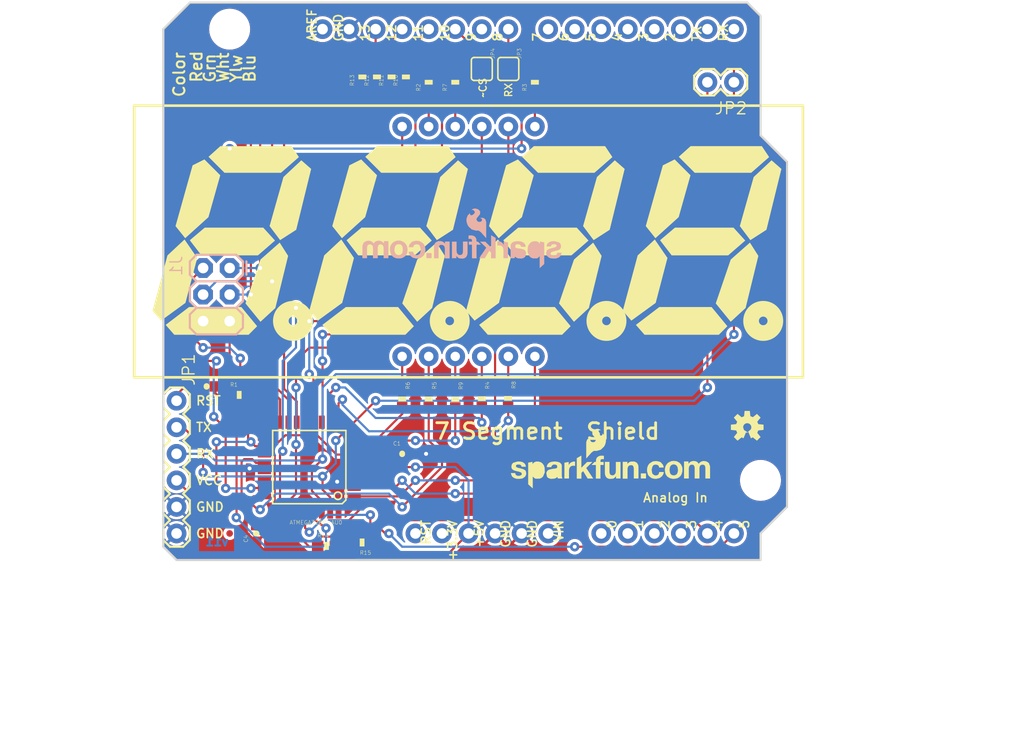
<source format=kicad_pcb>
(kicad_pcb (version 20221018) (generator pcbnew)
  (layers (0 "F.Cu" signal) (31 "B.Cu" signal) (34 "B.Paste" user) (35 "F.Paste" user) (36 "B.SilkS" user "B.Silkscreen") (37 "F.SilkS" user "F.Silkscreen") (38 "B.Mask" user) (39 "F.Mask" user) (44 "Edge.Cuts" user))
  (net 0 "")
  (net 1 "VCC")
  (net 2 "GND")
  (net 3 "MOSI")
  (net 4 "MISO")
  (net 5 "SCK")
  (net 6 "RX")
  (net 7 "RESET")
  (net 8 "TX")
  (net 9 "~{SS}")
  (net 10 "SCL")
  (net 11 "SDA")
  (net 12 "DIG4")
  (net 13 "DIG3")
  (net 14 "DIG2")
  (net 15 "DIG1")
  (net 16 "G")
  (net 17 "E")
  (net 18 "D")
  (net 19 "B")
  (net 20 "A")
  (net 21 "ADC6")
  (net 22 "ADC7")
  (net 23 "DP")
  (net 24 "N$13")
  (net 25 "N$1")
  (net 26 "N$11")
  (net 27 "N$12")
  (net 28 "N$14")
  (net 29 "N$15")
  (net 30 "N$16")
  (net 31 "N$17")
  (net 32 "N$18")
  (net 33 "N$19")
  (net 34 "C")
  (net 35 "F")
  (net 36 "N$2")
  (net 37 "N$3")
  (net 38 "N$4")
  (net 39 "N$5")
  (net 40 "N$6")
  (net 41 "N$7")
  (footprint "working:SJ_2S" (layer "F.Cu") (at 151.6761 84.6836 -90)
    (fp_text reference "JP3")
    (fp_text value "NC")
  )
  (footprint "working:MICRO-FIDUCIAL" (layer "F.Cu") (at 174.5361 83.4136)
    (fp_text reference "JP9" hide)
    (fp_text value "FIDUCIALUFIDUCIAL" hide)
  )
  (footprint "working:CREATIVE_COMMONS" (layer "F.Cu") (at 127.5461 148.1836)
    (fp_text reference "FRAME1" hide)
    (fp_text value "FRAME-LETTER" hide)
  )
  (footprint "working:0603-RES" (layer "F.Cu") (at 146.5961 116.2812 -90)
    (fp_text reference "R9")
    (fp_text value "100")
  )
  (footprint "working:0603-RES" (layer "F.Cu") (at 149.1361 116.2304 -90)
    (fp_text reference "R4")
    (fp_text value "100")
  )
  (footprint "working:SJ_2S" (layer "F.Cu") (at 149.1361 84.6836 -90)
    (fp_text reference "JP4")
    (fp_text value "NC")
  )
  (footprint "working:0603-RES" (layer "F.Cu") (at 144.0561 85.9536 90)
    (fp_text reference "R2")
    (fp_text value "100")
  )
  (footprint "working:7-SEGMENT-4DIGIT-COUNTER" (layer "F.Cu") (at 147.8661 101.1936)
    (fp_text reference "U$1" hide)
    (fp_text value "7-SEGMENT-4DIGIT-COUNTERPTH" hide)
  )
  (footprint "working:0603-RES" (layer "F.Cu") (at 140.5001 85.4456 90)
    (fp_text reference "R11")
    (fp_text value "1k")
  )
  (footprint "working:0603-RES" (layer "F.Cu") (at 146.5961 85.9536 90)
    (fp_text reference "R7")
    (fp_text value "100")
  )
  (footprint "working:DUEMILANOVE_SHIELD" (layer "F.Cu") (at 118.6561 78.3336 -90)
    (fp_text reference "U1" hide)
    (fp_text value "ARDUINO_SHIELDLABEL" hide)
  )
  (footprint "working:0603-RES" (layer "F.Cu") (at 144.0561 116.2558 -90)
    (fp_text reference "R5")
    (fp_text value "100")
  )
  (footprint "working:0603-RES" (layer "F.Cu") (at 151.6507 116.205 -90)
    (fp_text reference "R8")
    (fp_text value "100")
  )
  (footprint "working:0603-CAP" (layer "F.Cu") (at 141.5161 121.5136)
    (fp_text reference "C1")
    (fp_text value "0.1uF")
  )
  (footprint "working:0603-CAP" (layer "F.Cu") (at 127.5461 129.1336 90)
    (fp_text reference "C4")
    (fp_text value "0.1uF")
  )
  (footprint "working:OSHW-LOGO-S" (layer "F.Cu") (at 174.5361 118.9736)
    (fp_text reference "U$4" hide)
    (fp_text value "OSHW-LOGOS" hide)
  )
  (footprint "working:SFE-NEW-WEBLOGO" (layer "F.Cu") (at 151.9301 124.8156)
    (fp_text reference "LOGO1" hide)
    (fp_text value "LOGO-SFENEW" hide)
  )
  (footprint "working:0603-RES" (layer "F.Cu") (at 134.2771 130.3274)
    (fp_text reference "R14")
    (fp_text value "10k")
  )
  (footprint "working:0603-RES" (layer "F.Cu") (at 125.9205 115.8748)
    (fp_text reference "R1")
    (fp_text value "10k")
  )
  (footprint "working:TQFP32-08" (layer "F.Cu") (at 132.6261 122.7836 180)
    (fp_text reference "ATMEGA328P-AU0")
    (fp_text value "ATMEGA328P-AU")
  )
  (footprint "working:0603-CAP" (layer "F.Cu") (at 122.7963 115.062 180)
    (fp_text reference "C3")
    (fp_text value "0.1uF")
  )
  (footprint "working:1X06" (layer "F.Cu") (at 119.9261 116.4336 -90)
    (fp_text reference "JP1")
    (fp_text value "")
  )
  (footprint "working:0603-RES" (layer "F.Cu") (at 141.5161 116.2558 -90)
    (fp_text reference "R6")
    (fp_text value "100")
  )
  (footprint "working:1X02" (layer "F.Cu") (at 173.2661 85.9536 180)
    (fp_text reference "JP2")
    (fp_text value "")
  )
  (footprint "working:0603-RES" (layer "F.Cu") (at 141.8717 85.4456 90)
    (fp_text reference "R10")
    (fp_text value "1k")
  )
  (footprint "working:MICRO-FIDUCIAL" (layer "F.Cu") (at 125.0061 129.1336)
    (fp_text reference "JP10" hide)
    (fp_text value "FIDUCIALUFIDUCIAL" hide)
  )
  (footprint "working:0603-RES" (layer "F.Cu") (at 137.6807 129.9972 180)
    (fp_text reference "R15")
    (fp_text value "10k")
  )
  (footprint "working:0603-RES" (layer "F.Cu") (at 139.1031 85.4456 90)
    (fp_text reference "R12")
    (fp_text value "1k")
  )
  (footprint "working:0603-RES" (layer "F.Cu") (at 137.7061 85.4456 90)
    (fp_text reference "R13")
    (fp_text value "1k")
  )
  (footprint "working:0603-RES" (layer "F.Cu") (at 154.2161 85.9536 90)
    (fp_text reference "R3")
    (fp_text value "100")
  )
  (footprint "working:SFE-NEW-WEBLOGO" (layer "B.Cu") (at 156.7561 103.7336 180)
    (fp_text reference "LOGO2" hide)
    (fp_text value "LOGO-SFENEW" hide)
  )
  (footprint "working:2X3" (layer "B.Cu") (at 125.0061 103.7336 -90)
    (fp_text reference "J1")
    (fp_text value "AVR_SPI_PRG_6PTH")
  )
  (gr_line (start 175.8061 79.6036) (end 175.8061 91.0336) (stroke (width 0.2032)) (layer "Edge.Cuts"))
  (gr_line (start 178.3461 126.5936) (end 175.8061 129.1336) (stroke (width 0.2032)) (layer "Edge.Cuts"))
  (gr_line (start 118.6561 80.8736) (end 121.1961 78.3336) (stroke (width 0.2032)) (layer "Edge.Cuts"))
  (gr_line (start 175.8061 91.0336) (end 178.3461 93.5736) (stroke (width 0.2032)) (layer "Edge.Cuts"))
  (gr_line (start 118.6561 130.4036) (end 118.6561 80.8736) (stroke (width 0.2032)) (layer "Edge.Cuts"))
  (gr_line (start 174.5361 78.3336) (end 175.8061 79.6036) (stroke (width 0.2032)) (layer "Edge.Cuts"))
  (gr_line (start 175.8061 129.1336) (end 175.8061 131.6736) (stroke (width 0.2032)) (layer "Edge.Cuts"))
  (gr_line (start 178.3461 93.5736) (end 178.3461 126.5936) (stroke (width 0.2032)) (layer "Edge.Cuts"))
  (gr_line (start 119.9261 131.6736) (end 118.6561 130.4036) (stroke (width 0.2032)) (layer "Edge.Cuts"))
  (gr_line (start 175.8061 131.6736) (end 119.9261 131.6736) (stroke (width 0.2032)) (layer "Edge.Cuts"))
  (gr_line (start 121.1961 78.3336) (end 174.5361 78.3336) (stroke (width 0.2032)) (layer "Edge.Cuts"))
  (gr_text "v11" (at 125.0061 130.4036) (layer "B.Cu") (effects (font (size 0.8128 0.8128) (thickness 0.2032)) (justify left bottom mirror)))
  (gr_text "GND" (at 121.7041 127.1016) (layer "F.SilkS") (effects (font (size 0.8636 0.8636) (thickness 0.1524)) (justify left bottom)))
  (gr_text "Grn" (at 123.7361 86.0806 90) (layer "F.SilkS") (effects (font (size 1.0795 1.0795) (thickness 0.1905)) (justify left bottom)))
  (gr_text "VCC" (at 121.7041 124.5616) (layer "F.SilkS") (effects (font (size 0.8636 0.8636) (thickness 0.1524)) (justify left bottom)))
  (gr_text "Blu" (at 127.5461 86.0806 90) (layer "F.SilkS") (effects (font (size 1.0795 1.0795) (thickness 0.1905)) (justify left bottom)))
  (gr_text "TX" (at 121.7041 119.4816) (layer "F.SilkS") (effects (font (size 0.8636 0.8636) (thickness 0.1524)) (justify left bottom)))
  (gr_text "7 Segment  Shield" (at 144.4371 120.2436) (layer "F.SilkS") (effects (font (size 1.5113 1.5113) (thickness 0.2667)) (justify left bottom)))
  (gr_text "RX" (at 151.2951 85.9536 90) (layer "F.SilkS") (effects (font (size 0.69088 0.69088) (thickness 0.12192)) (justify right top)))
  (gr_text "Red" (at 122.4661 86.0806 90) (layer "F.SilkS") (effects (font (size 1.0795 1.0795) (thickness 0.1905)) (justify left bottom)))
  (gr_text "RST" (at 121.7041 116.9416) (layer "F.SilkS") (effects (font (size 0.8636 0.8636) (thickness 0.1524)) (justify left bottom)))
  (gr_text "~CS" (at 149.6441 87.4776 90) (layer "F.SilkS") (effects (font (size 0.69088 0.69088) (thickness 0.12192)) (justify left bottom)))
  (gr_text "GND" (at 121.7041 129.6416) (layer "F.SilkS") (effects (font (size 0.8636 0.8636) (thickness 0.1524)) (justify left bottom)))
  (gr_text "RX" (at 121.7041 122.0216) (layer "F.SilkS") (effects (font (size 0.8636 0.8636) (thickness 0.1524)) (justify left bottom)))
  (gr_text "Wht" (at 125.0061 86.0806 90) (layer "F.SilkS") (effects (font (size 1.0795 1.0795) (thickness 0.1905)) (justify left bottom)))
  (gr_text "Ylw" (at 126.2761 86.0806 90) (layer "F.SilkS") (effects (font (size 1.0795 1.0795) (thickness 0.1905)) (justify left bottom)))
  (gr_text "Color" (at 120.8151 87.4776 90) (layer "F.SilkS") (effects (font (size 1.0795 1.0795) (thickness 0.1905)) (justify left bottom)))
  (segment (start 135.2361 121.5836) (end 133.3881 119.7356) (width 0.2032) (layer "F.Cu") (net 1))
  (segment (start 121.1961 125.3236) (end 119.9261 124.0536) (width 0.2032) (layer "F.Cu") (net 1))
  (segment (start 133.3881 119.7356) (end 130.3401 119.7356) (width 0.2032) (layer "F.Cu") (net 1))
  (segment (start 140.8661 122.1336) (end 141.5161 122.7836) (width 0.2032) (layer "F.Cu") (net 1))
  (segment (start 141.5161 122.7836) (end 142.7861 122.7836) (width 0.2032) (layer "F.Cu") (net 1))
  (segment (start 127.4511 120.7836) (end 127.0381 120.3706) (width 0.2032) (layer "F.Cu") (net 1))
  (segment (start 137.7761 121.5836) (end 138.0871 121.8946) (width 0.2032) (layer "F.Cu") (net 1))
  (segment (start 121.1961 110.0836) (end 122.4661 111.3536) (width 0.2032) (layer "F.Cu") (net 1))
  (segment (start 126.0221 112.3696) (end 126.0221 114.046) (width 0.2032) (layer "F.Cu") (net 1))
  (segment (start 122.4661 103.7336) (end 121.1961 105.0036) (width 0.2032) (layer "F.Cu") (net 1))
  (segment (start 136.9377 123.1646) (end 136.9187 123.1836) (width 0.2032) (layer "F.Cu") (net 1))
  (segment (start 136.9187 121.5836) (end 135.2361 121.5836) (width 0.2032) (layer "F.Cu") (net 1))
  (segment (start 121.1961 105.0036) (end 121.1961 110.0836) (width 0.2032) (layer "F.Cu") (net 1))
  (segment (start 126.7705 120.103) (end 126.7705 115.8748) (width 0.2032) (layer "F.Cu") (net 1))
  (segment (start 136.9187 121.5836) (end 136.9887 121.5136) (width 0.2032) (layer "F.Cu") (net 1))
  (segment (start 126.7587 114.7826) (end 126.7587 115.863) (width 0.2032) (layer "F.Cu") (net 1))
  (segment (start 130.3401 119.7356) (end 129.3241 120.7516) (width 0.2032) (layer "F.Cu") (net 1))
  (segment (start 126.0221 114.046) (end 126.7587 114.7826) (width 0.2032) (layer "F.Cu") (net 1))
  (segment (start 123.7361 120.3706) (end 123.7361 124.0536) (width 0.2032) (layer "F.Cu") (net 1))
  (segment (start 137.1473 131.0894) (end 145.9103 131.0894) (width 0.2032) (layer "F.Cu") (net 1))
  (segment (start 129.3241 120.7516) (end 128.3655 120.7516) (width 0.2032) (layer "F.Cu") (net 1))
  (segment (start 136.5005 130.3274) (end 136.8307 129.9972) (width 0.2032) (layer "F.Cu") (net 1))
  (segment (start 136.9887 121.5136) (end 140.6661 121.5136) (width 0.2032) (layer "F.Cu") (net 1))
  (segment (start 136.8307 129.9972) (end 136.8307 130.7728) (width 0.2032) (layer "F.Cu") (net 1))
  (segment (start 138.0871 121.8946) (end 138.0871 122.7836) (width 0.2032) (layer "F.Cu") (net 1))
  (segment (start 127.0381 120.3706) (end 126.7705 120.103) (width 0.2032) (layer "F.Cu") (net 1))
  (segment (start 123.7361 124.0536) (end 122.4661 125.3236) (width 0.2032) (layer "F.Cu") (net 1))
  (segment (start 140.6661 121.5136) (end 140.8661 122.1336) (width 0.2032) (layer "F.Cu") (net 1))
  (segment (start 135.1271 130.3274) (end 136.5005 130.3274) (width 0.2032) (layer "F.Cu") (net 1))
  (segment (start 128.3655 120.7516) (end 128.3335 120.7836) (width 0.2032) (layer "F.Cu") (net 1))
  (segment (start 122.4661 125.3236) (end 121.1961 125.3236) (width 0.2032) (layer "F.Cu") (net 1))
  (segment (start 126.7587 115.863) (end 126.7705 115.8748) (width 0.2032) (layer "F.Cu") (net 1))
  (segment (start 136.8307 130.7728) (end 137.1473 131.0894) (width 0.2032) (layer "F.Cu") (net 1))
  (segment (start 136.9187 121.5836) (end 137.7761 121.5836) (width 0.2032) (layer "F.Cu") (net 1))
  (segment (start 137.7061 123.1646) (end 136.9377 123.1646) (width 0.2032) (layer "F.Cu") (net 1))
  (segment (start 138.0871 122.7836) (end 137.7061 123.1646) (width 0.2032) (layer "F.Cu") (net 1))
  (segment (start 145.9103 131.0894) (end 147.8661 129.1336) (width 0.2032) (layer "F.Cu") (net 1))
  (segment (start 128.3335 120.7836) (end 127.4511 120.7836) (width 0.2032) (layer "F.Cu") (net 1))
  (via (at 142.7861 122.7836) (size 0.889) (drill 0.381) (layers "F.Cu" "B.Cu") (net 1))
  (via (at 127.0381 120.3706) (size 0.889) (drill 0.381) (layers "F.Cu" "B.Cu") (net 1))
  (via (at 122.4661 111.3536) (size 0.889) (drill 0.381) (layers "F.Cu" "B.Cu") (net 1))
  (via (at 123.7361 120.3706) (size 0.889) (drill 0.381) (layers "F.Cu" "B.Cu") (net 1))
  (via (at 126.0221 112.3696) (size 0.889) (drill 0.381) (layers "F.Cu" "B.Cu") (net 1))
  (segment (start 146.5961 122.7836) (end 147.8661 124.0536) (width 0.2032) (layer "B.Cu") (net 1))
  (segment (start 142.7861 122.7836) (end 146.5961 122.7836) (width 0.2032) (layer "B.Cu") (net 1))
  (segment (start 125.0061 111.3536) (end 126.0221 112.3696) (width 0.2032) (layer "B.Cu") (net 1))
  (segment (start 122.4661 111.3536) (end 125.0061 111.3536) (width 0.2032) (layer "B.Cu") (net 1))
  (segment (start 147.8661 124.0536) (end 147.8661 129.1336) (width 0.2032) (layer "B.Cu") (net 1))
  (segment (start 127.0381 120.3706) (end 123.7361 120.3706) (width 0.2032) (layer "B.Cu") (net 1))
  (via (at 143.8021 121.5136) (size 0.889) (drill 0.381) (layers "F.Cu" "B.Cu") (net 2))
  (via (at 126.9111 122.9106) (size 0.889) (drill 0.381) (layers "F.Cu" "B.Cu") (net 2))
  (via (at 135.2931 124.1806) (size 0.889) (drill 0.381) (layers "F.Cu" "B.Cu") (net 2))
  (segment (start 140.5763 86.3718) (end 140.5001 86.2956) (width 0.2032) (layer "F.Cu") (net 3))
  (segment (start 129.0701 90.1446) (end 131.3561 87.8586) (width 0.2032) (layer "F.Cu") (net 3))
  (segment (start 129.0701 114.7826) (end 129.0701 105.0036) (width 0.2032) (layer "F.Cu") (net 3))
  (segment (start 130.6261 116.3386) (end 129.0701 114.7826) (width 0.2032) (layer "F.Cu") (net 3))
  (segment (start 129.0701 105.0036) (end 129.0701 90.1446) (width 0.2032) (layer "F.Cu") (net 3))
  (segment (start 140.5763 87.5538) (end 140.5763 86.3718) (width 0.2032) (layer "F.Cu") (net 3))
  (segment (start 140.2715 87.8586) (end 140.5763 87.5538) (width 0.2032) (layer "F.Cu") (net 3))
  (segment (start 130.6261 118.491) (end 130.6261 116.3386) (width 0.2032) (layer "F.Cu") (net 3))
  (segment (start 131.3561 87.8586) (end 140.2715 87.8586) (width 0.2032) (layer "F.Cu") (net 3))
  (via (at 129.0701 105.0036) (size 0.889) (drill 0.381) (layers "F.Cu" "B.Cu") (net 3))
  (segment (start 122.4661 106.2736) (end 123.7361 105.0036) (width 0.2032) (layer "B.Cu") (net 3))
  (segment (start 123.7361 105.0036) (end 129.0701 105.0036) (width 0.2032) (layer "B.Cu") (net 3))
  (segment (start 138.9761 86.4226) (end 139.1031 86.2956) (width 0.2032) (layer "F.Cu") (net 4))
  (segment (start 138.8491 87.3506) (end 138.9761 87.2236) (width 0.2032) (layer "F.Cu") (net 4))
  (segment (start 127.9271 114.4016) (end 127.9271 103.7336) (width 0.2032) (layer "F.Cu") (net 4))
  (segment (start 138.9761 87.2236) (end 138.9761 86.4226) (width 0.2032) (layer "F.Cu") (net 4))
  (segment (start 129.8261 116.3006) (end 127.9271 114.4016) (width 0.2032) (layer "F.Cu") (net 4))
  (segment (start 130.9751 87.3506) (end 138.8491 87.3506) (width 0.2032) (layer "F.Cu") (net 4))
  (segment (start 127.9271 90.3986) (end 130.9751 87.3506) (width 0.2032) (layer "F.Cu") (net 4))
  (segment (start 127.9271 103.7336) (end 127.9271 90.3986) (width 0.2032) (layer "F.Cu") (net 4))
  (segment (start 129.8261 118.491) (end 129.8261 116.3006) (width 0.2032) (layer "F.Cu") (net 4))
  (via (at 127.9271 103.7336) (size 0.889) (drill 0.381) (layers "F.Cu" "B.Cu") (net 4))
  (segment (start 125.0061 103.7336) (end 127.9271 103.7336) (width 0.2032) (layer "B.Cu") (net 4))
  (segment (start 128.3335 115.57) (end 127.0381 114.2746) (width 0.2032) (layer "F.Cu") (net 5))
  (segment (start 127.0381 114.2746) (end 127.0381 106.2736) (width 0.2032) (layer "F.Cu") (net 5))
  (segment (start 127.0381 90.5256) (end 130.9751 86.5886) (width 0.2032) (layer "F.Cu") (net 5))
  (segment (start 137.4131 86.5886) (end 137.7061 86.2956) (width 0.2032) (layer "F.Cu") (net 5))
  (segment (start 130.9751 86.5886) (end 137.4131 86.5886) (width 0.2032) (layer "F.Cu") (net 5))
  (segment (start 128.3335 119.9836) (end 128.3335 115.57) (width 0.2032) (layer "F.Cu") (net 5))
  (segment (start 127.0381 106.2736) (end 127.0381 90.5256) (width 0.2032) (layer "F.Cu") (net 5))
  (via (at 127.0381 106.2736) (size 0.889) (drill 0.381) (layers "F.Cu" "B.Cu") (net 5))
  (segment (start 125.0061 106.2736) (end 127.0381 106.2736) (width 0.2032) (layer "B.Cu") (net 5))
  (segment (start 171.9961 83.4136) (end 154.2161 83.4136) (width 0.2032) (layer "F.Cu") (net 6))
  (segment (start 132.8801 123.0376) (end 132.8801 125.0696) (width 0.2032) (layer "F.Cu") (net 6))
  (segment (start 132.8801 123.0376) (end 133.8961 122.0216) (width 0.2032) (layer "F.Cu") (net 6))
  (segment (start 152.5342 85.0955) (end 154.2161 83.4136) (width 0.2032) (layer "F.Cu") (net 6))
  (segment (start 173.2661 85.9536) (end 173.2661 84.6836) (width 0.2032) (layer "F.Cu") (net 6))
  (segment (start 133.8261 126.0156) (end 132.8801 125.0696) (width 0.2032) (layer "F.Cu") (net 6))
  (segment (start 173.2661 85.9536) (end 173.2661 110.0836) (width 0.2032) (layer "F.Cu") (net 6))
  (segment (start 151.6761 85.0955) (end 152.5342 85.0955) (width 0.2032) (layer "F.Cu") (net 6))
  (segment (start 133.8261 127.0762) (end 133.8261 126.0156) (width 0.2032) (layer "F.Cu") (net 6))
  (segment (start 173.2661 84.6836) (end 171.9961 83.4136) (width 0.2032) (layer "F.Cu") (net 6))
  (via (at 173.2661 110.0836) (size 0.889) (drill 0.381) (layers "F.Cu" "B.Cu") (net 6))
  (via (at 133.8961 122.0216) (size 0.889) (drill 0.381) (layers "F.Cu" "B.Cu") (net 6))
  (segment (start 122.9741 121.5136) (end 123.6091 122.1486) (width 0.2032) (layer "B.Cu") (net 6))
  (segment (start 133.8961 122.0216) (end 133.8961 115.1636) (width 0.2032) (layer "B.Cu") (net 6))
  (segment (start 123.6091 122.1486) (end 133.7691 122.1486) (width 0.2032) (layer "B.Cu") (net 6))
  (segment (start 133.7691 122.1486) (end 133.8961 122.0216) (width 0.2032) (layer "B.Cu") (net 6))
  (segment (start 169.4561 113.8936) (end 173.2661 110.0836) (width 0.2032) (layer "B.Cu") (net 6))
  (segment (start 135.1661 113.8936) (end 169.4561 113.8936) (width 0.2032) (layer "B.Cu") (net 6))
  (segment (start 122.9741 121.5136) (end 119.9261 121.5136) (width 0.2032) (layer "B.Cu") (net 6))
  (segment (start 133.8961 115.1636) (end 135.1661 113.8936) (width 0.2032) (layer "B.Cu") (net 6))
  (segment (start 125.6665 127.5842) (end 125.6665 118.5418) (width 0.2032) (layer "F.Cu") (net 7))
  (segment (start 133.0261 127.7302) (end 134.2263 128.6256) (width 0.2032) (layer "F.Cu") (net 7))
  (segment (start 123.6463 115.062) (end 123.6463 115.7088) (width 0.2032) (layer "F.Cu") (net 7))
  (segment (start 125.0705 115.8748) (end 125.0061 115.8104) (width 0.2032) (layer "F.Cu") (net 7))
  (segment (start 123.6463 115.7088) (end 123.8123 115.8748) (width 0.2032) (layer "F.Cu") (net 7))
  (segment (start 123.8123 115.8748) (end 125.0705 115.8748) (width 0.2032) (layer "F.Cu") (net 7))
  (segment (start 125.0061 115.8104) (end 125.0061 108.8136) (width 0.2032) (layer "F.Cu") (net 7))
  (segment (start 125.6411 127.6096) (end 125.6665 127.5842) (width 0.2032) (layer "F.Cu") (net 7))
  (segment (start 125.0705 117.9458) (end 125.0705 115.8748) (width 0.2032) (layer "F.Cu") (net 7))
  (segment (start 125.6665 118.5418) (end 125.0705 117.9458) (width 0.2032) (layer "F.Cu") (net 7))
  (segment (start 133.0261 127.0762) (end 133.0261 127.7302) (width 0.2032) (layer "F.Cu") (net 7))
  (via (at 134.2263 128.6256) (size 0.889) (drill 0.381) (layers "F.Cu" "B.Cu") (net 7))
  (via (at 125.6411 127.6096) (size 0.889) (drill 0.381) (layers "F.Cu" "B.Cu") (net 7))
  (segment (start 134.2263 128.6256) (end 134.2263 130.0734) (width 0.2032) (layer "B.Cu") (net 7))
  (segment (start 128.4351 130.4036) (end 125.6411 127.6096) (width 0.2032) (layer "B.Cu") (net 7))
  (segment (start 134.2263 130.0734) (end 133.8961 130.4036) (width 0.2032) (layer "B.Cu") (net 7))
  (segment (start 133.8961 130.4036) (end 128.4351 130.4036) (width 0.2032) (layer "B.Cu") (net 7))
  (segment (start 122.4661 123.2916) (end 122.4661 120.8786) (width 0.2032) (layer "F.Cu") (net 8))
  (segment (start 134.6261 127.0762) (end 134.6261 125.6726) (width 0.2032) (layer "F.Cu") (net 8))
  (segment (start 134.6261 125.6726) (end 133.8961 124.9426) (width 0.2032) (layer "F.Cu") (net 8))
  (segment (start 122.4661 120.8786) (end 120.5611 118.9736) (width 0.2032) (layer "F.Cu") (net 8))
  (segment (start 135.1661 120.2436) (end 138.9761 116.4336) (width 0.2032) (layer "F.Cu") (net 8))
  (segment (start 133.8961 124.9426) (end 133.8961 123.6726) (width 0.2032) (layer "F.Cu") (net 8))
  (segment (start 120.5611 118.9736) (end 119.9261 118.9736) (width 0.2032) (layer "F.Cu") (net 8))
  (segment (start 170.7261 115.1636) (end 170.7261 85.9536) (width 0.2032) (layer "F.Cu") (net 8))
  (via (at 170.7261 115.1636) (size 0.889) (drill 0.381) (layers "F.Cu" "B.Cu") (net 8))
  (via (at 122.4661 123.2916) (size 0.889) (drill 0.381) (layers "F.Cu" "B.Cu") (net 8))
  (via (at 138.9761 116.4336) (size 0.889) (drill 0.381) (layers "F.Cu" "B.Cu") (net 8))
  (via (at 133.8961 123.6726) (size 0.889) (drill 0.381) (layers "F.Cu" "B.Cu") (net 8))
  (via (at 135.1661 120.2436) (size 0.889) (drill 0.381) (layers "F.Cu" "B.Cu") (net 8))
  (segment (start 122.8471 123.6726) (end 122.4661 123.2916) (width 0.2032) (layer "B.Cu") (net 8))
  (segment (start 133.8961 123.6726) (end 122.8471 123.6726) (width 0.2032) (layer "B.Cu") (net 8))
  (segment (start 138.9761 116.4336) (end 169.4561 116.4336) (width 0.2032) (layer "B.Cu") (net 8))
  (segment (start 169.4561 116.4336) (end 170.7261 115.1636) (width 0.2032) (layer "B.Cu") (net 8))
  (segment (start 133.8961 123.6726) (end 135.1661 122.4026) (width 0.2032) (layer "B.Cu") (net 8))
  (segment (start 135.1661 122.4026) (end 135.1661 120.2436) (width 0.2032) (layer "B.Cu") (net 8))
  (segment (start 131.4261 118.491) (end 131.4261 116.5036) (width 0.2032) (layer "F.Cu") (net 9))
  (segment (start 141.1351 88.4936) (end 141.8717 87.757) (width 0.2032) (layer "F.Cu") (net 9))
  (segment (start 131.6101 88.4936) (end 141.1351 88.4936) (width 0.2032) (layer "F.Cu") (net 9))
  (segment (start 130.2131 89.8906) (end 131.6101 88.4936) (width 0.2032) (layer "F.Cu") (net 9))
  (segment (start 141.7447 86.321) (end 141.8717 86.2956) (width 0.2032) (layer "F.Cu") (net 9))
  (segment (start 130.2131 115.2906) (end 130.2131 89.8906) (width 0.2032) (layer "F.Cu") (net 9))
  (segment (start 141.8717 87.757) (end 141.8717 86.2956) (width 0.2032) (layer "F.Cu") (net 9))
  (segment (start 131.4261 116.5036) (end 130.2131 115.2906) (width 0.2032) (layer "F.Cu") (net 9))
  (segment (start 138.4681 127.3556) (end 138.4681 128.7526) (width 0.2032) (layer "F.Cu") (net 10))
  (segment (start 158.0261 130.4036) (end 171.9961 130.4036) (width 0.2032) (layer "F.Cu") (net 10))
  (segment (start 139.5095 128.7526) (end 138.4681 128.7526) (width 0.2032) (layer "F.Cu") (net 10))
  (segment (start 138.4681 129.1336) (end 138.4681 129.9346) (width 0.2032) (layer "F.Cu") (net 10))
  (segment (start 173.2661 129.1336) (end 171.9961 130.4036) (width 0.2032) (layer "F.Cu") (net 10))
  (segment (start 140.2461 129.1336) (end 139.8905 129.1336) (width 0.2032) (layer "F.Cu") (net 10))
  (segment (start 138.4681 129.9346) (end 138.5307 129.9972) (width 0.2032) (layer "F.Cu") (net 10))
  (segment (start 132.6261 129.0066) (end 132.2261 128.6066) (width 0.2032) (layer "F.Cu") (net 10))
  (segment (start 138.4681 128.7526) (end 138.4681 129.1336) (width 0.2032) (layer "F.Cu") (net 10))
  (segment (start 132.2261 128.6066) (end 132.2261 127.0762) (width 0.2032) (layer "F.Cu") (net 10))
  (segment (start 139.8905 129.1336) (end 139.5095 128.7526) (width 0.2032) (layer "F.Cu") (net 10))
  (via (at 140.2461 129.1336) (size 0.889) (drill 0.381) (layers "F.Cu" "B.Cu") (net 10))
  (via (at 158.0261 130.4036) (size 0.889) (drill 0.381) (layers "F.Cu" "B.Cu") (net 10))
  (via (at 132.6261 129.0066) (size 0.889) (drill 0.381) (layers "F.Cu" "B.Cu") (net 10))
  (via (at 138.4681 127.3556) (size 0.889) (drill 0.381) (layers "F.Cu" "B.Cu") (net 10))
  (segment (start 141.5161 130.4036) (end 158.0261 130.4036) (width 0.2032) (layer "B.Cu") (net 10))
  (segment (start 140.2461 129.1336) (end 141.5161 130.4036) (width 0.2032) (layer "B.Cu") (net 10))
  (segment (start 138.4681 127.3556) (end 134.2771 127.3556) (width 0.2032) (layer "B.Cu") (net 10))
  (segment (start 134.2771 127.3556) (end 132.6261 129.0066) (width 0.2032) (layer "B.Cu") (net 10))
  (segment (start 170.7261 129.1336) (end 169.4561 127.8636) (width 0.2032) (layer "F.Cu") (net 11))
  (segment (start 138.9761 126.4666) (end 137.8331 126.4666) (width 0.2032) (layer "F.Cu") (net 11))
  (segment (start 133.4271 129.7042) (end 133.6929 129.4384) (width 0.2032) (layer "F.Cu") (net 11))
  (segment (start 134.8613 129.4384) (end 137.8331 126.4666) (width 0.2032) (layer "F.Cu") (net 11))
  (segment (start 131.4261 129.2036) (end 132.6261 130.4036) (width 0.2032) (layer "F.Cu") (net 11))
  (segment (start 133.4271 130.3274) (end 133.4271 129.7042) (width 0.2032) (layer "F.Cu") (net 11))
  (segment (start 133.3509 130.4036) (end 133.4271 130.3274) (width 0.2032) (layer "F.Cu") (net 11))
  (segment (start 169.4561 127.8636) (end 140.5001 127.8636) (width 0.2032) (layer "F.Cu") (net 11))
  (segment (start 131.4261 127.0762) (end 131.4261 129.2036) (width 0.2032) (layer "F.Cu") (net 11))
  (segment (start 133.6929 129.4384) (end 134.8613 129.4384) (width 0.2032) (layer "F.Cu") (net 11))
  (segment (start 132.6261 130.4036) (end 133.3509 130.4036) (width 0.2032) (layer "F.Cu") (net 11))
  (segment (start 140.5001 127.8636) (end 138.9761 126.4666) (width 0.2032) (layer "F.Cu") (net 11))
  (segment (start 154.2161 122.7836) (end 151.6761 125.3236) (width 0.2032) (layer "F.Cu") (net 12))
  (segment (start 140.7861 124.7836) (end 136.9187 124.7836) (width 0.2032) (layer "F.Cu") (net 12))
  (segment (start 141.5161 124.0536) (end 140.7861 124.7836) (width 0.2032) (layer "F.Cu") (net 12))
  (segment (start 154.2161 112.1918) (end 154.2161 122.7836) (width 0.2032) (layer "F.Cu") (net 12))
  (segment (start 146.5961 125.3236) (end 151.6761 125.3236) (width 0.2032) (layer "F.Cu") (net 12))
  (via (at 141.5161 124.0536) (size 0.889) (drill 0.381) (layers "F.Cu" "B.Cu") (net 12))
  (via (at 146.5961 125.3236) (size 0.889) (drill 0.381) (layers "F.Cu" "B.Cu") (net 12))
  (segment (start 142.7861 125.3236) (end 146.5961 125.3236) (width 0.2032) (layer "B.Cu") (net 12))
  (segment (start 141.5161 124.0536) (end 142.7861 125.3236) (width 0.2032) (layer "B.Cu") (net 12))
  (segment (start 150.4061 122.7836) (end 149.1361 124.0536) (width 0.2032) (layer "F.Cu") (net 13))
  (segment (start 150.4061 111.3536) (end 150.4061 122.7836) (width 0.2032) (layer "F.Cu") (net 13))
  (segment (start 141.2561 125.5836) (end 136.9187 125.5836) (width 0.2032) (layer "F.Cu") (net 13))
  (segment (start 149.1361 124.0536) (end 146.5961 124.0536) (width 0.2032) (layer "F.Cu") (net 13))
  (segment (start 151.6761 90.1954) (end 151.6761 110.0836) (width 0.2032) (layer "F.Cu") (net 13))
  (segment (start 142.7861 124.0536) (end 141.2561 125.5836) (width 0.2032) (layer "F.Cu") (net 13))
  (segment (start 151.6761 110.0836) (end 150.4061 111.3536) (width 0.2032) (layer "F.Cu") (net 13))
  (via (at 142.7861 124.0536) (size 0.889) (drill 0.381) (layers "F.Cu" "B.Cu") (net 13))
  (via (at 146.5961 124.0536) (size 0.889) (drill 0.381) (layers "F.Cu" "B.Cu") (net 13))
  (segment (start 146.5961 124.0536) (end 142.7861 124.0536) (width 0.2032) (layer "B.Cu") (net 13))
  (segment (start 149.1361 90.1954) (end 149.1361 108.8136) (width 0.2032) (layer "F.Cu") (net 14))
  (segment (start 147.2311 110.7186) (end 149.1361 108.8136) (width 0.2032) (layer "F.Cu") (net 14))
  (segment (start 131.3561 112.6236) (end 131.3561 115.1636) (width 0.2032) (layer "F.Cu") (net 14))
  (segment (start 134.4041 111.3536) (end 135.0391 110.7186) (width 0.2032) (layer "F.Cu") (net 14))
  (segment (start 131.3561 120.6246) (end 131.3561 125.3236) (width 0.2032) (layer "F.Cu") (net 14))
  (segment (start 131.3561 125.3236) (end 130.6261 126.0536) (width 0.2032) (layer "F.Cu") (net 14))
  (segment (start 130.6261 126.0536) (end 130.6261 127.0762) (width 0.2032) (layer "F.Cu") (net 14))
  (segment (start 132.6261 111.3536) (end 131.3561 112.6236) (width 0.2032) (layer "F.Cu") (net 14))
  (segment (start 135.0391 110.7186) (end 147.2311 110.7186) (width 0.2032) (layer "F.Cu") (net 14))
  (segment (start 132.6261 111.3536) (end 134.4041 111.3536) (width 0.2032) (layer "F.Cu") (net 14))
  (via (at 131.3561 115.1636) (size 0.889) (drill 0.381) (layers "F.Cu" "B.Cu") (net 14))
  (via (at 131.3561 120.6246) (size 0.889) (drill 0.381) (layers "F.Cu" "B.Cu") (net 14))
  (segment (start 131.3561 115.1636) (end 131.3561 120.6246) (width 0.2032) (layer "B.Cu") (net 14))
  (segment (start 129.8261 127.0762) (end 129.8261 121.5196) (width 0.2032) (layer "F.Cu") (net 15))
  (segment (start 131.3561 107.5436) (end 140.2461 107.5436) (width 0.2032) (layer "F.Cu") (net 15))
  (segment (start 141.5161 90.1954) (end 141.5161 106.2736) (width 0.2032) (layer "F.Cu") (net 15))
  (segment (start 141.5161 106.2736) (end 140.2461 107.5436) (width 0.2032) (layer "F.Cu") (net 15))
  (segment (start 129.8261 121.5196) (end 130.0861 121.2596) (width 0.2032) (layer "F.Cu") (net 15))
  (via (at 130.0861 121.2596) (size 0.889) (drill 0.381) (layers "F.Cu" "B.Cu") (net 15))
  (via (at 131.3561 107.5436) (size 0.889) (drill 0.381) (layers "F.Cu" "B.Cu") (net 15))
  (segment (start 131.3561 111.3536) (end 131.3561 107.5436) (width 0.2032) (layer "B.Cu") (net 15))
  (segment (start 130.0861 121.2596) (end 130.0861 112.6236) (width 0.2032) (layer "B.Cu") (net 15))
  (segment (start 130.0861 112.6236) (end 131.3561 111.3536) (width 0.2032) (layer "B.Cu") (net 15))
  (segment (start 135.8011 116.3066) (end 135.4261 116.6816) (width 0.2032) (layer "F.Cu") (net 16))
  (segment (start 135.4261 116.6816) (end 135.4261 118.491) (width 0.2032) (layer "F.Cu") (net 16))
  (segment (start 151.6507 117.055) (end 151.6761 118.3386) (width 0.2032) (layer "F.Cu") (net 16))
  (via (at 135.8011 116.3066) (size 0.889) (drill 0.381) (layers "F.Cu" "B.Cu") (net 16))
  (via (at 151.6761 118.3386) (size 0.889) (drill 0.381) (layers "F.Cu" "B.Cu") (net 16))
  (segment (start 135.8011 116.8146) (end 135.8011 116.3066) (width 0.2032) (layer "B.Cu") (net 16))
  (segment (start 150.6601 119.3546) (end 138.3411 119.3546) (width 0.2032) (layer "B.Cu") (net 16))
  (segment (start 138.3411 119.3546) (end 135.8011 116.8146) (width 0.2032) (layer "B.Cu") (net 16))
  (segment (start 151.6761 118.3386) (end 150.6601 119.3546) (width 0.2032) (layer "B.Cu") (net 16))
  (segment (start 139.2361 119.9836) (end 136.9187 119.9836) (width 0.2032) (layer "F.Cu") (net 17))
  (segment (start 141.5161 117.7036) (end 139.2361 119.9836) (width 0.2032) (layer "F.Cu") (net 17))
  (segment (start 141.5161 117.1058) (end 141.5161 117.7036) (width 0.2032) (layer "F.Cu") (net 17))
  (segment (start 144.0561 117.1058) (end 144.0561 120.2436) (width 0.2032) (layer "F.Cu") (net 18))
  (segment (start 145.3261 122.7836) (end 141.5161 126.5936) (width 0.2032) (layer "F.Cu") (net 18))
  (segment (start 127.2921 125.5776) (end 128.3275 125.5776) (width 0.2032) (layer "F.Cu") (net 18))
  (segment (start 127.0381 125.8316) (end 127.2921 125.5776) (width 0.2032) (layer "F.Cu") (net 18))
  (segment (start 145.3261 121.5136) (end 145.3261 122.7836) (width 0.2032) (layer "F.Cu") (net 18))
  (segment (start 127.0381 126.2126) (end 127.0381 125.8316) (width 0.2032) (layer "F.Cu") (net 18))
  (segment (start 127.6731 126.8476) (end 127.0381 126.2126) (width 0.2032) (layer "F.Cu") (net 18))
  (segment (start 128.3275 125.5776) (end 128.3335 125.5836) (width 0.2032) (layer "F.Cu") (net 18))
  (segment (start 144.0561 120.2436) (end 145.3261 121.5136) (width 0.2032) (layer "F.Cu") (net 18))
  (segment (start 127.9271 126.8476) (end 127.6731 126.8476) (width 0.2032) (layer "F.Cu") (net 18))
  (via (at 141.5161 126.5936) (size 0.889) (drill 0.381) (layers "F.Cu" "B.Cu") (net 18))
  (via (at 127.9271 126.8476) (size 0.889) (drill 0.381) (layers "F.Cu" "B.Cu") (net 18))
  (segment (start 129.4511 125.3236) (end 127.9271 126.8476) (width 0.2032) (layer "B.Cu") (net 18))
  (segment (start 140.2461 125.3236) (end 129.4511 125.3236) (width 0.2032) (layer "B.Cu") (net 18))
  (segment (start 141.5161 126.5936) (end 140.2461 125.3236) (width 0.2032) (layer "B.Cu") (net 18))
  (segment (start 119.9261 97.3836) (end 123.7361 93.5736) (width 0.2032) (layer "F.Cu") (net 19))
  (segment (start 124.6251 124.8156) (end 124.6251 119.1006) (width 0.2032) (layer "F.Cu") (net 19))
  (segment (start 123.7361 93.5736) (end 125.0061 92.3036) (width 0.2032) (layer "F.Cu") (net 19))
  (segment (start 119.9261 111.3536) (end 119.9261 97.3836) (width 0.2032) (layer "F.Cu") (net 19))
  (segment (start 123.7361 112.6236) (end 121.1961 112.6236) (width 0.2032) (layer "F.Cu") (net 19))
  (segment (start 153.3271 85.3186) (end 154.2011 85.3186) (width 0.2032) (layer "F.Cu") (net 19))
  (segment (start 121.1961 112.6236) (end 119.9261 111.3536) (width 0.2032) (layer "F.Cu") (net 19))
  (segment (start 128.3335 124.7836) (end 127.0701 124.7836) (width 0.2032) (layer "F.Cu") (net 19))
  (segment (start 124.6251 119.1006) (end 123.4821 117.9576) (width 0.2032) (layer "F.Cu") (net 19))
  (segment (start 152.9461 92.3036) (end 152.9461 85.6996) (width 0.2032) (layer "F.Cu") (net 19))
  (segment (start 152.9461 85.6996) (end 153.3271 85.3186) (width 0.2032) (layer "F.Cu") (net 19))
  (segment (start 154.2011 85.3186) (end 154.2161 85.1036) (width 0.2032) (layer "F.Cu") (net 19))
  (segment (start 127.0701 124.7836) (end 127.0381 124.8156) (width 0.2032) (layer "F.Cu") (net 19))
  (via (at 152.9461 92.3036) (size 0.889) (drill 0.381) (layers "F.Cu" "B.Cu") (net 19))
  (via (at 123.4821 117.9576) (size 0.889) (drill 0.381) (layers "F.Cu" "B.Cu") (net 19))
  (via (at 127.0381 124.8156) (size 0.889) (drill 0.381) (layers "F.Cu" "B.Cu") (net 19))
  (via (at 123.7361 112.6236) (size 0.889) (drill 0.381) (layers "F.Cu" "B.Cu") (net 19))
  (via (at 125.0061 92.3036) (size 0.889) (drill 0.381) (layers "F.Cu" "B.Cu") (net 19))
  (via (at 124.6251 124.8156) (size 0.889) (drill 0.381) (layers "F.Cu" "B.Cu") (net 19))
  (segment (start 125.0061 92.3036) (end 152.9461 92.3036) (width 0.2032) (layer "B.Cu") (net 19))
  (segment (start 123.4821 112.8776) (end 123.7361 112.6236) (width 0.2032) (layer "B.Cu") (net 19))
  (segment (start 127.0381 124.8156) (end 124.6251 124.8156) (width 0.2032) (layer "B.Cu") (net 19))
  (segment (start 123.4821 117.9576) (end 123.4821 112.8776) (width 0.2032) (layer "B.Cu") (net 19))
  (segment (start 142.7861 85.9536) (end 142.7861 107.5436) (width 0.2032) (layer "F.Cu") (net 20))
  (segment (start 141.5161 108.8136) (end 132.6261 108.8136) (width 0.2032) (layer "F.Cu") (net 20))
  (segment (start 143.4361 85.3036) (end 142.7861 85.9536) (width 0.2032) (layer "F.Cu") (net 20))
  (segment (start 142.7861 107.5436) (end 141.5161 108.8136) (width 0.2032) (layer "F.Cu") (net 20))
  (segment (start 144.0561 85.1036) (end 143.4361 85.3036) (width 0.2032) (layer "F.Cu") (net 20))
  (segment (start 132.6261 113.8936) (end 133.0261 114.2936) (width 0.2032) (layer "F.Cu") (net 20))
  (segment (start 133.0261 114.2936) (end 133.0261 118.491) (width 0.2032) (layer "F.Cu") (net 20))
  (via (at 132.6261 113.8936) (size 0.889) (drill 0.381) (layers "F.Cu" "B.Cu") (net 20))
  (via (at 132.6261 108.8136) (size 0.889) (drill 0.381) (layers "F.Cu" "B.Cu") (net 20))
  (segment (start 132.6261 108.8136) (end 132.6261 113.8936) (width 0.2032) (layer "B.Cu") (net 20))
  (segment (start 139.9921 120.2436) (end 139.4521 120.7836) (width 0.2032) (layer "F.Cu") (net 23))
  (segment (start 142.7861 120.2436) (end 139.9921 120.2436) (width 0.2032) (layer "F.Cu") (net 23))
  (segment (start 139.4521 120.7836) (end 136.9187 120.7836) (width 0.2032) (layer "F.Cu") (net 23))
  (segment (start 146.5961 117.1312) (end 146.5961 120.2436) (width 0.2032) (layer "F.Cu") (net 23))
  (via (at 142.7861 120.2436) (size 0.889) (drill 0.381) (layers "F.Cu" "B.Cu") (net 23))
  (via (at 146.5961 120.2436) (size 0.889) (drill 0.381) (layers "F.Cu" "B.Cu") (net 23))
  (segment (start 146.5961 120.2436) (end 142.7861 120.2436) (width 0.2032) (layer "B.Cu") (net 23))
  (segment (start 119.9261 116.4336) (end 119.9261 115.8748) (width 0.2032) (layer "F.Cu") (net 24))
  (segment (start 120.7389 115.062) (end 121.9463 115.062) (width 0.2032) (layer "F.Cu") (net 24))
  (segment (start 119.9261 115.8748) (end 120.7389 115.062) (width 0.2032) (layer "F.Cu") (net 24))
  (segment (start 127.1651 122.0216) (end 126.4031 122.0216) (width 0.2032) (layer "F.Cu") (net 25))
  (segment (start 126.4031 122.0216) (end 126.1491 122.2756) (width 0.2032) (layer "F.Cu") (net 25))
  (segment (start 127.5461 127.8636) (end 127.5461 128.2836) (width 0.2032) (layer "F.Cu") (net 25))
  (segment (start 126.1491 122.2756) (end 126.1491 126.3396) (width 0.2032) (layer "F.Cu") (net 25))
  (segment (start 126.1491 126.3396) (end 127.5461 127.8636) (width 0.2032) (layer "F.Cu") (net 25))
  (segment (start 128.3335 122.3836) (end 127.5271 122.3836) (width 0.2032) (layer "F.Cu") (net 25))
  (segment (start 127.5271 122.3836) (end 127.1651 122.0216) (width 0.2032) (layer "F.Cu") (net 25))
  (segment (start 144.0561 90.1954) (end 144.0561 86.8036) (width 0.2032) (layer "F.Cu") (net 26))
  (segment (start 154.2161 90.1954) (end 154.2161 86.8036) (width 0.2032) (layer "F.Cu") (net 27))
  (segment (start 149.1361 112.1918) (end 149.1361 115.3804) (width 0.2032) (layer "F.Cu") (net 28))
  (segment (start 144.0561 115.4058) (end 144.0561 112.1918) (width 0.2032) (layer "F.Cu") (net 29))
  (segment (start 141.5161 115.4058) (end 141.5161 112.1918) (width 0.2032) (layer "F.Cu") (net 30))
  (segment (start 146.5961 90.1954) (end 146.5961 86.8036) (width 0.2032) (layer "F.Cu") (net 31))
  (segment (start 151.6507 115.355) (end 151.6761 112.1918) (width 0.2032) (layer "F.Cu") (net 32))
  (segment (start 146.5961 115.4312) (end 146.5961 112.1918) (width 0.2032) (layer "F.Cu") (net 33))
  (segment (start 135.1661 115.1636) (end 134.6261 115.7036) (width 0.2032) (layer "F.Cu") (net 34))
  (segment (start 134.6261 115.7036) (end 134.6261 118.491) (width 0.2032) (layer "F.Cu") (net 34))
  (segment (start 149.1361 117.0804) (end 149.1361 118.5164) (width 0.2032) (layer "F.Cu") (net 34))
  (via (at 149.1361 118.5164) (size 0.889) (drill 0.381) (layers "F.Cu" "B.Cu") (net 34))
  (via (at 135.1661 115.1636) (size 0.889) (drill 0.381) (layers "F.Cu" "B.Cu") (net 34))
  (segment (start 148.8821 118.0846) (end 138.9761 118.0846) (width 0.2032) (layer "B.Cu") (net 34))
  (segment (start 138.9761 118.0846) (end 136.0551 115.1636) (width 0.2032) (layer "B.Cu") (net 34))
  (segment (start 136.0551 115.1636) (end 135.1661 115.1636) (width 0.2032) (layer "B.Cu") (net 34))
  (segment (start 149.1361 118.5164) (end 148.8821 118.0846) (width 0.2032) (layer "B.Cu") (net 34))
  (segment (start 145.9761 85.3036) (end 145.3261 85.9536) (width 0.2032) (layer "F.Cu") (net 35))
  (segment (start 144.0561 110.0836) (end 133.8961 110.0836) (width 0.2032) (layer "F.Cu") (net 35))
  (segment (start 145.3261 85.9536) (end 145.3261 108.8136) (width 0.2032) (layer "F.Cu") (net 35))
  (segment (start 145.3261 108.8136) (end 144.0561 110.0836) (width 0.2032) (layer "F.Cu") (net 35))
  (segment (start 133.8961 118.421) (end 133.8261 118.491) (width 0.2032) (layer "F.Cu") (net 35))
  (segment (start 133.8961 112.6236) (end 133.8961 118.421) (width 0.2032) (layer "F.Cu") (net 35))
  (segment (start 146.5961 85.1036) (end 145.9761 85.3036) (width 0.2032) (layer "F.Cu") (net 35))
  (via (at 133.8961 112.6236) (size 0.889) (drill 0.381) (layers "F.Cu" "B.Cu") (net 35))
  (via (at 133.8961 110.0836) (size 0.889) (drill 0.381) (layers "F.Cu" "B.Cu") (net 35))
  (segment (start 133.8961 110.0836) (end 133.8961 112.6236) (width 0.2032) (layer "B.Cu") (net 35))
  (segment (start 137.7061 84.5956) (end 137.7061 83.4136) (width 0.2032) (layer "F.Cu") (net 36))
  (segment (start 138.9761 82.1436) (end 138.9761 80.8736) (width 0.2032) (layer "F.Cu") (net 36))
  (segment (start 137.7061 83.4136) (end 138.9761 82.1436) (width 0.2032) (layer "F.Cu") (net 36))
  (segment (start 139.1031 84.5956) (end 139.1031 83.2866) (width 0.2032) (layer "F.Cu") (net 37))
  (segment (start 139.1031 83.2866) (end 141.5161 80.8736) (width 0.2032) (layer "F.Cu") (net 37))
  (segment (start 140.5001 84.5956) (end 140.2461 84.6836) (width 0.2032) (layer "F.Cu") (net 38))
  (segment (start 140.5001 83.7692) (end 141.2621 83.0072) (width 0.2032) (layer "F.Cu") (net 38))
  (segment (start 140.5001 84.5956) (end 140.5001 83.7692) (width 0.2032) (layer "F.Cu") (net 38))
  (segment (start 141.2621 83.0072) (end 141.9225 83.0072) (width 0.2032) (layer "F.Cu") (net 38))
  (segment (start 141.9225 83.0072) (end 144.0561 80.8736) (width 0.2032) (layer "F.Cu") (net 38))
  (segment (start 149.04 85.1916) (end 149.1361 85.0955) (width 0.2032) (layer "F.Cu") (net 39))
  (segment (start 141.5161 84.6836) (end 141.8717 84.5956) (width 0.2032) (layer "F.Cu") (net 39))
  (segment (start 141.5161 84.6836) (end 142.7861 83.4136) (width 0.2032) (layer "F.Cu") (net 39))
  (segment (start 148.3741 85.1916) (end 149.04 85.1916) (width 0.2032) (layer "F.Cu") (net 39))
  (segment (start 142.7861 83.4136) (end 146.5961 83.4136) (width 0.2032) (layer "F.Cu") (net 39))
  (segment (start 146.5961 83.4136) (end 148.3741 85.1916) (width 0.2032) (layer "F.Cu") (net 39))
  (segment (start 149.1361 84.2717) (end 149.1361 83.4136) (width 0.2032) (layer "F.Cu") (net 40))
  (segment (start 149.1361 83.4136) (end 146.5961 80.8736) (width 0.2032) (layer "F.Cu") (net 40))
  (segment (start 151.6761 84.2717) (end 151.6761 80.8736) (width 0.2032) (layer "F.Cu") (net 41))
  (zone (net 2) (net_name "GND") (layer "F.Cu") (priority 6) (connect_pads (clearance 0.3048)) (min_thickness 0.1016) (fill yes (thermal_gap 0.2532) (thermal_bridge_width 0.2532))
    (polygon (pts (xy 175.9077 79.561516) (xy 175.9077 90.991516) (xy 178.4477 93.531516) (xy 178.4477 126.635684) (xy 175.9077 129.175684) (xy 175.9077 131.7752) (xy 119.884016 131.7752) (xy 118.5545 130.445684) (xy 118.5545 80.831516) (xy 121.154016 78.232) (xy 174.578184 78.232)))
  )
  (zone (net 2) (net_name "GND") (layer "B.Cu") (priority 6) (connect_pads (clearance 0.3048)) (min_thickness 0.1016) (fill yes (thermal_gap 0.2532) (thermal_bridge_width 0.2532))
    (polygon (pts (xy 175.9077 79.561516) (xy 175.9077 90.991516) (xy 178.4477 93.531516) (xy 178.4477 126.635684) (xy 175.9077 129.175684) (xy 175.9077 131.7752) (xy 119.884016 131.7752) (xy 118.5545 130.445684) (xy 118.5545 80.831516) (xy 121.154016 78.232) (xy 174.578184 78.232)))
  )
)
</source>
